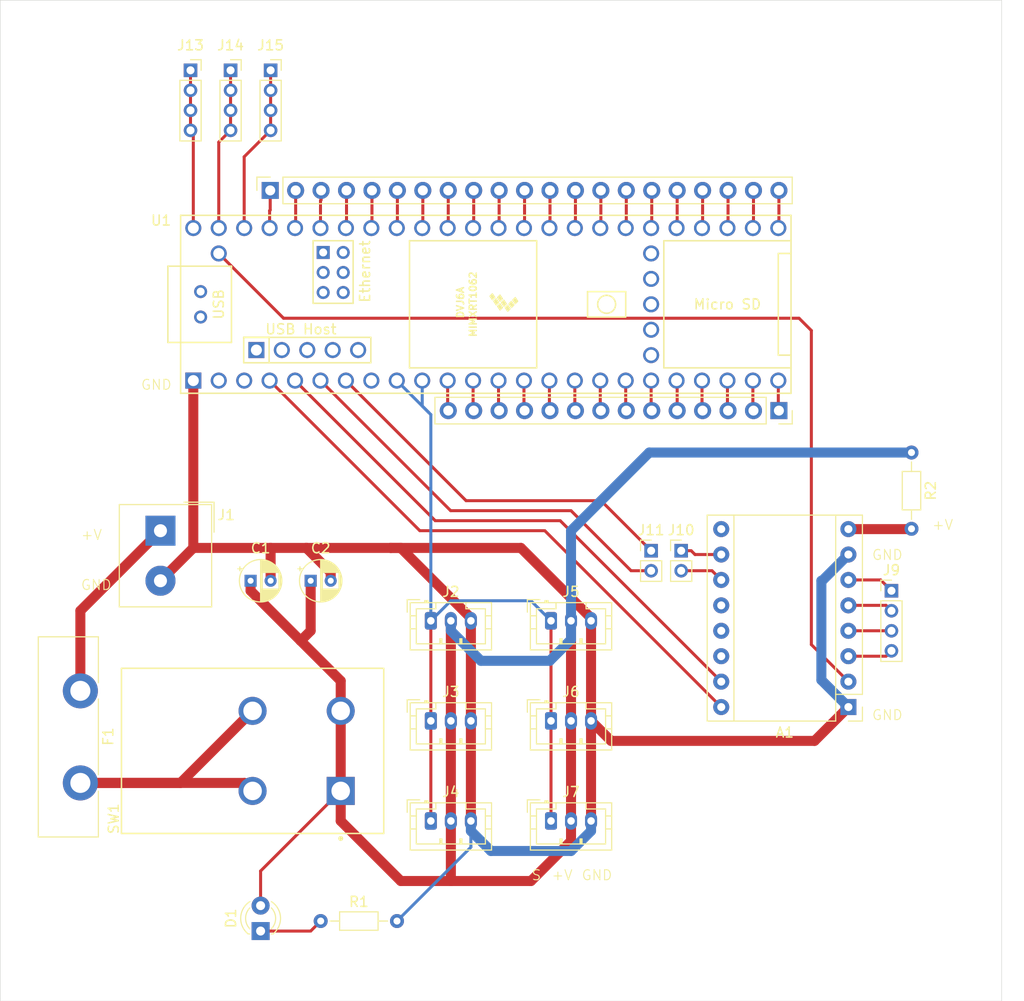
<source format=kicad_pcb>
(kicad_pcb (version 20240108) (generator "pcbnew") (generator_version "8.0")
  (layers (0 "F.Cu" jumper) (31 "B.Cu" signal) (34 "B.Paste" user) (35 "F.Paste" user) (36 "B.SilkS" user "B.Silkscreen") (37 "F.SilkS" user "F.Silkscreen") (38 "B.Mask" user) (39 "F.Mask" user) (44 "Edge.Cuts" user))
  (net 0 "")
  (net 1 "Net-(D1-K)")
  (net 2 "GND")
  (net 3 "Signal")
  (net 9 "Net-(J1-Pin_1)")
  (net 10 "Net-(J8-Pin_12)")
  (net 11 "Net-(J8-Pin_8)")
  (net 13 "Net-(J8-Pin_3)")
  (net 14 "Net-(J8-Pin_2)")
  (net 16 "Net-(J8-Pin_10)")
  (net 17 "Net-(J8-Pin_4)")
  (net 18 "Net-(J8-Pin_7)")
  (net 19 "Net-(J8-Pin_13)")
  (net 21 "Net-(J8-Pin_6)")
  (net 22 "Net-(J8-Pin_1)")
  (net 23 "Net-(J8-Pin_11)")
  (net 24 "Net-(J8-Pin_14)")
  (net 26 "Net-(J8-Pin_9)")
  (net 29 "Net-(J8-Pin_5)")
  (net 30 "Net-(J12-Pin_1)")
  (net 31 "Net-(J12-Pin_10)")
  (net 34 "Net-(J12-Pin_14)")
  (net 35 "Net-(J12-Pin_11)")
  (net 36 "Net-(J12-Pin_7)")
  (net 39 "Net-(J12-Pin_20)")
  (net 40 "Net-(J12-Pin_6)")
  (net 43 "Net-(J12-Pin_2)")
  (net 44 "Net-(J12-Pin_5)")
  (net 46 "Net-(J12-Pin_19)")
  (net 47 "Net-(J12-Pin_15)")
  (net 48 "Net-(J12-Pin_4)")
  (net 52 "Net-(J12-Pin_12)")
  (net 53 "Net-(J12-Pin_13)")
  (net 54 "Net-(J12-Pin_17)")
  (net 55 "Net-(J12-Pin_18)")
  (net 56 "Net-(J12-Pin_8)")
  (net 57 "Net-(J12-Pin_21)")
  (net 62 "Net-(J12-Pin_3)")
  (net 63 "Net-(J12-Pin_16)")
  (net 64 "Net-(J12-Pin_9)")
  (net 65 "Net-(A1-VDD)")
  (net 66 "Net-(A1-2A)")
  (net 67 "Net-(A1-2B)")
  (net 68 "Net-(A1-1A)")
  (net 69 "Net-(A1-MS2)")
  (net 70 "Net-(A1-MS1)")
  (net 71 "VSTEP")
  (net 72 "Net-(A1-1B)")
  (net 73 "Net-(J13-Pin_1)")
  (net 74 "+10V")
  (net 75 "Net-(J11-Pin_1)")
  (net 76 "Net-(J11-Pin_2)")
  (net 77 "STEP")
  (net 78 "DIR")
  (net 79 "Net-(J14-Pin_1)")
  (net 80 "Net-(J15-Pin_1)")
  (net 81 "Net-(F1-Pad2)")
  (footprint "TerminalBlock_Altech:Altech_AK100_1x02_P5.00mm" (layer "F.Cu") (at 66 103 -90)
    (property "Reference" "J1" (at -1.5675 -6.5675 180) (layer "F.SilkS"))
    (property "Value" "Screw_Terminal_01x02")
    (pad "1" thru_hole rect (at 0 0 270) (size 3 3) (drill 1.3) (layers "*.Cu" "*.Mask") (net 9 "Net-(J1-Pin_1)"))
    (pad "2" thru_hole circle (at 5 0 270) (size 3 3) (drill 1.3) (layers "*.Cu" "*.Mask") (net 2 "GND"))
  )
  (footprint "Capacitor_THT:CP_Radial_D4.0mm_P2.00mm" (layer "F.Cu") (at 81 108)
    (property "Reference" "C2" (at 1 -3.25 0) (layer "F.SilkS"))
    (property "Value" "0.1u")
    (pad "1" thru_hole rect (at 0 0) (size 1.2 1.2) (drill 0.6) (layers "*.Cu" "*.Mask") (net 74 "+10V"))
    (pad "2" thru_hole circle (at 2 0) (size 1.2 1.2) (drill 0.6) (layers "*.Cu" "*.Mask") (net 2 "GND"))
  )
  (footprint "MountingHole:MountingHole_3mm" (layer "F.Cu") (at 60 140)
    (property "Reference" "REF**" (hide yes))
    (property "Value" "MountingHole_3mm")
    (pad "" np_thru_hole circle (at 0 0) (size 3 3) (drill 3) (layers "*.Cu" "*.Mask"))
  )
  (footprint "Connector_PinSocket_2.00mm:PinSocket_1x04_P2.00mm_Vertical" (layer "F.Cu") (at 73 57)
    (property "Reference" "J14" (at 0 -2.5 0) (layer "F.SilkS"))
    (property "Value" "Conn_01x04_Socket")
    (pad "1" thru_hole rect (at 0 0) (size 1.35 1.35) (drill 0.8) (layers "*.Cu" "*.Mask") (net 79 "Net-(J14-Pin_1)"))
    (pad "2" thru_hole oval (at 0 2) (size 1.35 1.35) (drill 0.8) (layers "*.Cu" "*.Mask") (net 79 "Net-(J14-Pin_1)"))
    (pad "3" thru_hole oval (at 0 4) (size 1.35 1.35) (drill 0.8) (layers "*.Cu" "*.Mask") (net 79 "Net-(J14-Pin_1)"))
    (pad "4" thru_hole oval (at 0 6) (size 1.35 1.35) (drill 0.8) (layers "*.Cu" "*.Mask") (net 79 "Net-(J14-Pin_1)"))
  )
  (footprint "Connector_JST:JST_PH_B3B-PH-K_1x03_P2.00mm_Vertical" (layer "F.Cu") (at 93 112)
    (property "Reference" "J2" (at 2 -2.9 0) (layer "F.SilkS"))
    (property "Value" "Conn_01x03_Pin")
    (pad "1" thru_hole roundrect (at 0 0) (size 1.2 1.75) (drill 0.75) (layers "*.Cu" "*.Mask") (roundrect_rratio 0.208333) (net 3 "Signal"))
    (pad "2" thru_hole oval (at 2 0) (size 1.2 1.75) (drill 0.75) (layers "*.Cu" "*.Mask") (net 74 "+10V"))
    (pad "3" thru_hole oval (at 4 0) (size 1.2 1.75) (drill 0.75) (layers "*.Cu" "*.Mask") (net 2 "GND"))
  )
  (footprint "Teensy:Teensy41" (layer "F.Cu") (at 98.49 80.38)
    (property "Reference" "U1" (at -32.43 -8.38 0) (layer "F.SilkS"))
    (property "Value" "Teensy4.1")
    (fp_text user "Ethernet" (at -12.065 -3.2766 90) (layer "F.SilkS"))
    (fp_text user "DVJ6A" (at -2.54 -0.18 -90) (layer "F.SilkS") (effects (font (size 0.7 0.7))))
    (fp_text user "USB" (at -26.67 0 -90) (layer "F.SilkS"))
    (fp_text user "MIMXRT1062" (at -1.27 0 -90) (layer "F.SilkS") (effects (font (size 0.7 0.7))))
    (fp_text user "Micro SD" (at 24.13 0 0) (layer "F.SilkS"))
    (fp_text user "USB Host" (at -18.4658 2.4892 0) (layer "F.SilkS"))
    (pad "1" thru_hole rect (at -29.21 7.62) (size 1.6 1.6) (drill 1.1) (layers "*.Cu" "*.Mask") (net 2 "GND"))
    (pad "2" thru_hole circle (at -26.67 7.62) (size 1.6 1.6) (drill 1.1) (layers "*.Cu" "*.Mask"))
    (pad "3" thru_hole circle (at -24.13 7.62) (size 1.6 1.6) (drill 1.1) (layers "*.Cu" "*.Mask"))
    (pad "4" thru_hole circle (at -21.59 7.62) (size 1.6 1.6) (drill 1.1) (layers "*.Cu" "*.Mask") (net 78 "DIR"))
    (pad "5" thru_hole circle (at -19.05 7.62) (size 1.6 1.6) (drill 1.1) (layers "*.Cu" "*.Mask") (net 77 "STEP"))
    (pad "6" thru_hole circle (at -16.51 7.62) (size 1.6 1.6) (drill 1.1) (layers "*.Cu" "*.Mask") (net 76 "Net-(J11-Pin_2)"))
    (pad "7" thru_hole circle (at -13.97 7.62) (size 1.6 1.6) (drill 1.1) (layers "*.Cu" "*.Mask") (net 75 "Net-(J11-Pin_1)"))
    (pad "8" thru_hole circle (at -11.43 7.62) (size 1.6 1.6) (drill 1.1) (layers "*.Cu" "*.Mask"))
    (pad "9" thru_hole circle (at -8.89 7.62) (size 1.6 1.6) (drill 1.1) (layers "*.Cu" "*.Mask") (net 3 "Signal"))
    (pad "10" thru_hole circle (at -6.35 7.62) (size 1.6 1.6) (drill 1.1) (layers "*.Cu" "*.Mask") (net 3 "Signal"))
    (pad "11" thru_hole circle (at -3.81 7.62) (size 1.6 1.6) (drill 1.1) (layers "*.Cu" "*.Mask") (net 24 "Net-(J8-Pin_14)"))
    (pad "12" thru_hole circle (at -1.27 7.62) (size 1.6 1.6) (drill 1.1) (layers "*.Cu" "*.Mask") (net 19 "Net-(J8-Pin_13)"))
    (pad "13" thru_hole circle (at 1.27 7.62) (size 1.6 1.6) (drill 1.1) (layers "*.Cu" "*.Mask") (net 10 "Net-(J8-Pin_12)"))
    (pad "14" thru_hole circle (at 3.81 7.62) (size 1.6 1.6) (drill 1.1) (layers "*.Cu" "*.Mask") (net 23 "Net-(J8-Pin_11)"))
    (pad "15" thru_hole circle (at 6.35 7.62) (size 1.6 1.6) (drill 1.1) (layers "*.Cu" "*.Mask") (net 16 "Net-(J8-Pin_10)"))
    (pad "16" thru_hole circle (at 8.89 7.62) (size 1.6 1.6) (drill 1.1) (layers "*.Cu" "*.Mask") (net 26 "Net-(J8-Pin_9)"))
    (pad "17" thru_hole circle (at 11.43 7.62) (size 1.6 1.6) (drill 1.1) (layers "*.Cu" "*.Mask") (net 11 "Net-(J8-Pin_8)"))
    (pad "18" thru_hole circle (at 13.97 7.62) (size 1.6 1.6) (drill 1.1) (layers "*.Cu" "*.Mask") (net 18 "Net-(J8-Pin_7)"))
    (pad "19" thru_hole circle (at 16.51 7.62) (size 1.6 1.6) (drill 1.1) (layers "*.Cu" "*.Mask") (net 21 "Net-(J8-Pin_6)"))
    (pad "20" thru_hole circle (at 19.05 7.62) (size 1.6 1.6) (drill 1.1) (layers "*.Cu" "*.Mask") (net 29 "Net-(J8-Pin_5)"))
    (pad "21" thru_hole circle (at 21.59 7.62) (size 1.6 1.6) (drill 1.1) (layers "*.Cu" "*.Mask") (net 17 "Net-(J8-Pin_4)"))
    (pad "22" thru_hole circle (at 24.13 7.62) (size 1.6 1.6) (drill 1.1) (layers "*.Cu" "*.Mask") (net 13 "Net-(J8-Pin_3)"))
    (pad "23" thru_hole circle (at 26.67 7.62) (size 1.6 1.6) (drill 1.1) (layers "*.Cu" "*.Mask") (net 14 "Net-(J8-Pin_2)"))
    (pad "24" thru_hole circle (at 29.21 7.62) (size 1.6 1.6) (drill 1.1) (layers "*.Cu" "*.Mask") (net 22 "Net-(J8-Pin_1)"))
    (pad "25" thru_hole circle (at 29.21 -7.62) (size 1.6 1.6) (drill 1.1) (layers "*.Cu" "*.Mask") (net 57 "Net-(J12-Pin_21)"))
    (pad "26" thru_hole circle (at 26.67 -7.62) (size 1.6 1.6) (drill 1.1) (layers "*.Cu" "*.Mask") (net 39 "Net-(J12-Pin_20)"))
    (pad "27" thru_hole circle (at 24.13 -7.62) (size 1.6 1.6) (drill 1.1) (layers "*.Cu" "*.Mask") (net 46 "Net-(J12-Pin_19)"))
    (pad "28" thru_hole circle (at 21.59 -7.62) (size 1.6 1.6) (drill 1.1) (layers "*.Cu" "*.Mask") (net 55 "Net-(J12-Pin_18)"))
    (pad "29" thru_hole circle (at 19.05 -7.62) (size 1.6 1.6) (drill 1.1) (layers "*.Cu" "*.Mask") (net 54 "Net-(J12-Pin_17)"))
    (pad "30" thru_hole circle (at 16.51 -7.62) (size 1.6 1.6) (drill 1.1) (layers "*.Cu" "*.Mask") (net 63 "Net-(J12-Pin_16)"))
    (pad "31" thru_hole circle (at 13.97 -7.62) (size 1.6 1.6) (drill 1.1) (layers "*.Cu" "*.Mask") (net 47 "Net-(J12-Pin_15)"))
    (pad "32" thru_hole circle (at 11.43 -7.62) (size 1.6 1.6) (drill 1.1) (layers "*.Cu" "*.Mask") (net 34 "Net-(J12-Pin_14)"))
    (pad "33" thru_hole circle (at 8.89 -7.62) (size 1.6 1.6) (drill 1.1) (layers "*.Cu" "*.Mask") (net 53 "Net-(J12-Pin_13)"))
    (pad "34" thru_hole circle (at 6.35 -7.62) (size 1.6 1.6) (drill 1.1) (layers "*.Cu" "*.Mask") (net 52 "Net-(J12-Pin_12)"))
    (pad "35" thru_hole circle (at 3.81 -7.62) (size 1.6 1.6) (drill 1.1) (layers "*.Cu" "*.Mask") (net 35 "Net-(J12-Pin_11)"))
    (pad "36" thru_hole circle (at 1.27 -7.62) (size 1.6 1.6) (drill 1.1) (layers "*.Cu" "*.Mask") (net 31 "Net-(J12-Pin_10)"))
    (pad "37" thru_hole circle (at -1.27 -7.62) (size 1.6 1.6) (drill 1.1) (layers "*.Cu" "*.Mask") (net 64 "Net-(J12-Pin_9)"))
    (pad "38" thru_hole circle (at -3.81 -7.62) (size 1.6 1.6) (drill 1.1) (layers "*.Cu" "*.Mask") (net 56 "Net-(J12-Pin_8)"))
    (pad "39" thru_hole circle (at -6.35 -7.62) (size 1.6 1.6) (drill 1.1) (layers "*.Cu" "*.Mask") (net 36 "Net-(J12-Pin_7)"))
    (pad "40" thru_hole circle (at -8.89 -7.62) (size 1.6 1.6) (drill 1.1) (layers "*.Cu" "*.Mask") (net 40 "Net-(J12-Pin_6)"))
    (pad "41" thru_hole circle (at -11.43 -7.62) (size 1.6 1.6) (drill 1.1) (layers "*.Cu" "*.Mask") (net 44 "Net-(J12-Pin_5)"))
    (pad "42" thru_hole circle (at -13.97 -7.62) (size 1.6 1.6) (drill 1.1) (layers "*.Cu" "*.Mask") (net 48 "Net-(J12-Pin_4)"))
    (pad "43" thru_hole circle (at -16.51 -7.62) (size 1.6 1.6) (drill 1.1) (layers "*.Cu" "*.Mask") (net 62 "Net-(J12-Pin_3)"))
    (pad "44" thru_hole circle (at -19.05 -7.62) (size 1.6 1.6) (drill 1.1) (layers "*.Cu" "*.Mask") (net 43 "Net-(J12-Pin_2)"))
    (pad "45" thru_hole circle (at -21.59 -7.62) (size 1.6 1.6) (drill 1.1) (layers "*.Cu" "*.Mask") (net 30 "Net-(J12-Pin_1)"))
    (pad "46" thru_hole circle (at -24.13 -7.62) (size 1.6 1.6) (drill 1.1) (layers "*.Cu" "*.Mask") (net 80 "Net-(J15-Pin_1)"))
    (pad "47" thru_hole circle (at -26.67 -7.62) (size 1.6 1.6) (drill 1.1) (layers "*.Cu" "*.Mask") (net 79 "Net-(J14-Pin_1)"))
    (pad "48" thru_hole circle (at -29.21 -7.62) (size 1.6 1.6) (drill 1.1) (layers "*.Cu" "*.Mask") (net 73 "Net-(J13-Pin_1)"))
    (pad "49" thru_hole circle (at -26.67 -5.08) (size 1.6 1.6) (drill 1.1) (layers "*.Cu" "*.Mask") (net 65 "Net-(A1-VDD)"))
    (pad "50" thru_hole circle (at 16.51 5.08) (size 1.6 1.6) (drill 1.1) (layers "*.Cu" "*.Mask"))
    (pad "51" thru_hole circle (at 16.51 2.54) (size 1.6 1.6) (drill 1.1) (layers "*.Cu" "*.Mask"))
    (pad "52" thru_hole circle (at 16.51 0) (size 1.6 1.6) (drill 1.1) (layers "*.Cu" "*.Mask"))
    (pad "53" thru_hole circle (at 16.51 -2.54) (size 1.6 1.6) (drill 1.1) (layers "*.Cu" "*.Mask"))
    (pad "54" thru_hole circle (at 16.51 -5.08) (size 1.6 1.6) (drill 1.1) (layers "*.Cu" "*.Mask"))
    (pad "55" thru_hole rect (at -22.9108 4.5692) (size 1.6 1.6) (drill 1.1) (layers "*.Cu" "*.Mask"))
    (pad "56" thru_hole circle (at -20.3708 4.5692) (size 1.6 1.6) (drill 1.1) (layers "*.Cu" "*.Mask"))
    (pad "57" thru_hole circle (at -17.8308 4.5692) (size 1.6 1.6) (drill 1.1) (layers "*.Cu" "*.Mask"))
    (pad "58" thru_hole circle (at -15.2908 4.5692) (size 1.6 1.6) (drill 1.1) (layers "*.Cu" "*.Mask"))
    (pad "59" thru_hole circle (at -12.7508 4.5692) (size 1.6 1.6) (drill 1.1) (layers "*.Cu" "*.Mask"))
    (pad "60" thru_hole rect (at -16.24 -5.1816) (size 1.3 1.3) (drill 0.8) (layers "*.Cu" "*.Mask"))
    (pad "61" thru_hole circle (at -16.24 -3.1816) (size 1.3 1.3) (drill 0.8) (layers "*.Cu" "*.Mask"))
    (pad "62" thru_hole circle (at -16.24 -1.1816) (size 1.3 1.3) (drill 0.8) (layers "*.Cu" "*.Mask"))
    (pad "63" thru_hole circle (at -14.24 -1.1816) (size 1.3 1.3) (drill 0.8) (layers "*.Cu" "*.Mask"))
    (pad "64" thru_hole circle (at -14.24 -3.1816) (size 1.3 1.3) (drill 0.8) (layers "*.Cu" "*.Mask"))
    (pad "65" thru_hole circle (at -14.24 -5.1816) (size 1.3 1.3) (drill 0.8) (layers "*.Cu" "*.Mask"))
    (pad "66" thru_hole circle (at -28.48 -1.27) (size 1.3 1.3) (drill 0.8) (layers "*.Cu" "*.Mask"))
    (pad "67" thru_hole circle (at -28.48 1.27) (size 1.3 1.3) (drill 0.8) (layers "*.Cu" "*.Mask"))
  )
  (footprint "Resistor_THT:R_Axial_DIN0204_L3.6mm_D1.6mm_P7.62mm_Horizontal" (layer "F.Cu") (at 141 95.19 -90)
    (property "Reference" "R2" (at 3.81 -1.92 90) (layer "F.SilkS"))
    (property "Value" "R")
    (pad "1" thru_hole circle (at 0 0 270) (size 1.4 1.4) (drill 0.7) (layers "*.Cu" "*.Mask") (net 74 "+10V"))
    (pad "2" thru_hole oval (at 7.62 0 270) (size 1.4 1.4) (drill 0.7) (layers "*.Cu" "*.Mask") (net 71 "VSTEP"))
  )
  (footprint "MountingHole:MountingHole_3mm" (layer "F.Cu") (at 140 60)
    (property "Reference" "REF**" (hide yes))
    (property "Value" "MountingHole_3mm")
    (pad "" np_thru_hole circle (at 0 0) (size 3 3) (drill 3) (layers "*.Cu" "*.Mask"))
  )
  (footprint "eec:CK_Components-V80102MS02Q-MFG" (layer "F.Cu") (at 75.2 125 90)
    (property "Reference" "SW1" (at -8.4 -13.87 90) (layer "F.SilkS") (effects (justify left)))
    (property "Value" "SW_DPST")
    (pad "1" thru_hole circle (at -4 0 90) (size 2.8 2.8) (drill 1.85) (layers "*.Cu") (net 81 "Net-(F1-Pad2)"))
    (pad "1A" thru_hole rect (at -4 8.8 90) (size 2.8 2.8) (drill 1.85) (layers "*.Cu") (net 74 "+10V"))
    (pad "2" thru_hole circle (at 4 0 90) (size 2.8 2.8) (drill 1.85) (layers "*.Cu") (net 81 "Net-(F1-Pad2)"))
    (pad "2A" thru_hole circle (at 4 8.8 90) (size 2.8 2.8) (drill 1.85) (layers "*.Cu") (net 74 "+10V"))
  )
  (footprint "MountingHole:MountingHole_3mm" (layer "F.Cu") (at 140 140)
    (property "Reference" "REF**" (hide yes))
    (property "Value" "MountingHole_3mm")
    (pad "" np_thru_hole circle (at 0 0) (size 3 3) (drill 3) (layers "*.Cu" "*.Mask"))
  )
  (footprint "Connector_JST:JST_PH_B3B-PH-K_1x03_P2.00mm_Vertical" (layer "F.Cu") (at 105 132)
    (property "Reference" "J7" (at 2 -2.9 0) (layer "F.SilkS"))
    (property "Value" "Conn_01x03_Pin")
    (pad "1" thru_hole roundrect (at 0 0) (size 1.2 1.75) (drill 0.75) (layers "*.Cu" "*.Mask") (roundrect_rratio 0.208333) (net 3 "Signal"))
    (pad "2" thru_hole oval (at 2 0) (size 1.2 1.75) (drill 0.75) (layers "*.Cu" "*.Mask") (net 74 "+10V"))
    (pad "3" thru_hole oval (at 4 0) (size 1.2 1.75) (drill 0.75) (layers "*.Cu" "*.Mask") (net 2 "GND"))
  )
  (footprint "Connector_PinSocket_2.00mm:PinSocket_1x04_P2.00mm_Vertical" (layer "F.Cu") (at 69 57)
    (property "Reference" "J13" (at 0 -2.5 0) (layer "F.SilkS"))
    (property "Value" "Conn_01x04_Socket")
    (pad "1" thru_hole rect (at 0 0) (size 1.35 1.35) (drill 0.8) (layers "*.Cu" "*.Mask") (net 73 "Net-(J13-Pin_1)"))
    (pad "2" thru_hole oval (at 0 2) (size 1.35 1.35) (drill 0.8) (layers "*.Cu" "*.Mask") (net 73 "Net-(J13-Pin_1)"))
    (pad "3" thru_hole oval (at 0 4) (size 1.35 1.35) (drill 0.8) (layers "*.Cu" "*.Mask") (net 73 "Net-(J13-Pin_1)"))
    (pad "4" thru_hole oval (at 0 6) (size 1.35 1.35) (drill 0.8) (layers "*.Cu" "*.Mask") (net 73 "Net-(J13-Pin_1)"))
  )
  (footprint "Connector_PinSocket_2.54mm:PinSocket_1x21_P2.54mm_Vertical" (layer "F.Cu") (at 76.96 69 90)
    (property "Reference" "J12" (hide yes))
    (property "Value" "Conn_01x21_Socket")
    (pad "1" thru_hole rect (at 0 0 90) (size 1.7 1.7) (drill 1) (layers "*.Cu" "*.Mask") (net 30 "Net-(J12-Pin_1)"))
    (pad "2" thru_hole oval (at 0 2.54 90) (size 1.7 1.7) (drill 1) (layers "*.Cu" "*.Mask") (net 43 "Net-(J12-Pin_2)"))
    (pad "3" thru_hole oval (at 0 5.08 90) (size 1.7 1.7) (drill 1) (layers "*.Cu" "*.Mask") (net 62 "Net-(J12-Pin_3)"))
    (pad "4" thru_hole oval (at 0 7.62 90) (size 1.7 1.7) (drill 1) (layers "*.Cu" "*.Mask") (net 48 "Net-(J12-Pin_4)"))
    (pad "5" thru_hole oval (at 0 10.16 90) (size 1.7 1.7) (drill 1) (layers "*.Cu" "*.Mask") (net 44 "Net-(J12-Pin_5)"))
    (pad "6" thru_hole oval (at 0 12.7 90) (size 1.7 1.7) (drill 1) (layers "*.Cu" "*.Mask") (net 40 "Net-(J12-Pin_6)"))
    (pad "7" thru_hole oval (at 0 15.24 90) (size 1.7 1.7) (drill 1) (layers "*.Cu" "*.Mask") (net 36 "Net-(J12-Pin_7)"))
    (pad "8" thru_hole oval (at 0 17.78 90) (size 1.7 1.7) (drill 1) (layers "*.Cu" "*.Mask") (net 56 "Net-(J12-Pin_8)"))
    (pad "9" thru_hole oval (at 0 20.32 90) (size 1.7 1.7) (drill 1) (layers "*.Cu" "*.Mask") (net 64 "Net-(J12-Pin_9)"))
    (pad "10" thru_hole oval (at 0 22.86 90) (size 1.7 1.7) (drill 1) (layers "*.Cu" "*.Mask") (net 31 "Net-(J12-Pin_10)"))
    (pad "11" thru_hole oval (at 0 25.4 90) (size 1.7 1.7) (drill 1) (layers "*.Cu" "*.Mask") (net 35 "Net-(J12-Pin_11)"))
    (pad "12" thru_hole oval (at 0 27.94 90) (size 1.7 1.7) (drill 1) (layers "*.Cu" "*.Mask") (net 52 "Net-(J12-Pin_12)"))
    (pad "13" thru_hole oval (at 0 30.48 90) (size 1.7 1.7) (drill 1) (layers "*.Cu" "*.Mask") (net 53 "Net-(J12-Pin_13)"))
    (pad "14" thru_hole oval (at 0 33.02 90) (size 1.7 1.7) (drill 1) (layers "*.Cu" "*.Mask") (net 34 "Net-(J12-Pin_14)"))
    (pad "15" thru_hole oval (at 0 35.56 90) (size 1.7 1.7) (drill 1) (layers "*.Cu" "*.Mask") (net 47 "Net-(J12-Pin_15)"))
    (pad "16" thru_hole oval (at 0 38.1 90) (size 1.7 1.7) (drill 1) (layers "*.Cu" "*.Mask") (net 63 "Net-(J12-Pin_16)"))
    (pad "17" thru_hole oval (at 0 40.64 90) (size 1.7 1.7) (drill 1) (layers "*.Cu" "*.Mask") (net 54 "Net-(J12-Pin_17)"))
    (pad "18" thru_hole oval (at 0 43.18 90) (size 1.7 1.7) (drill 1) (layers "*.Cu" "*.Mask") (net 55 "Net-(J12-Pin_18)"))
    (pad "19" thru_hole oval (at 0 45.72 90) (size 1.7 1.7) (drill 1) (layers "*.Cu" "*.Mask") (net 46 "Net-(J12-Pin_19)"))
    (pad "20" thru_hole oval (at 0 48.26 90) (size 1.7 1.7) (drill 1) (layers "*.Cu" "*.Mask") (net 39 "Net-(J12-Pin_20)"))
    (pad "21" thru_hole oval (at 0 50.8 90) (size 1.7 1.7) (drill 1) (layers "*.Cu" "*.Mask") (net 57 "Net-(J12-Pin_21)"))
  )
  (footprint "Fuse:Fuseholder_Blade_ATO_Littelfuse_Pudenz_2_Pin" (layer "F.Cu") (at 58 119 -90)
    (property "Reference" "F1" (at 4.57 -2.78 90) (layer "F.SilkS"))
    (property "Value" "Fuse")
    (pad "" np_thru_hole circle (at 4.6 1.2 270) (size 2.4 2.4) (drill 2.4) (layers "*.Cu" "*.Mask"))
    (pad "1" thru_hole circle (at 0 0 270) (size 3.5 3.5) (drill 2) (layers "*.Cu" "*.Mask") (net 9 "Net-(J1-Pin_1)"))
    (pad "2" thru_hole circle (at 9.2 0 270) (size 3.5 3.5) (drill 2) (layers "*.Cu" "*.Mask") (net 81 "Net-(F1-Pad2)"))
  )
  (footprint "Connector_PinHeader_2.00mm:PinHeader_1x04_P2.00mm_Vertical" (layer "F.Cu") (at 139 109)
    (property "Reference" "J9" (at 0 -2.06 0) (layer "F.SilkS"))
    (property "Value" "Conn_01x04_Pin")
    (pad "1" thru_hole rect (at 0 0) (size 1.35 1.35) (drill 0.8) (layers "*.Cu" "*.Mask") (net 67 "Net-(A1-2B)"))
    (pad "2" thru_hole oval (at 0 2) (size 1.35 1.35) (drill 0.8) (layers "*.Cu" "*.Mask") (net 66 "Net-(A1-2A)"))
    (pad "3" thru_hole oval (at 0 4) (size 1.35 1.35) (drill 0.8) (layers "*.Cu" "*.Mask") (net 68 "Net-(A1-1A)"))
    (pad "4" thru_hole oval (at 0 6) (size 1.35 1.35) (drill 0.8) (layers "*.Cu" "*.Mask") (net 72 "Net-(A1-1B)"))
  )
  (footprint "Connector_JST:JST_PH_B3B-PH-K_1x03_P2.00mm_Vertical" (layer "F.Cu") (at 93 132)
    (property "Reference" "J4" (at 2 -2.9 0) (layer "F.SilkS"))
    (property "Value" "Conn_01x03_Pin")
    (pad "1" thru_hole roundrect (at 0 0) (size 1.2 1.75) (drill 0.75) (layers "*.Cu" "*.Mask") (roundrect_rratio 0.208333) (net 3 "Signal"))
    (pad "2" thru_hole oval (at 2 0) (size 1.2 1.75) (drill 0.75) (layers "*.Cu" "*.Mask") (net 74 "+10V"))
    (pad "3" thru_hole oval (at 4 0) (size 1.2 1.75) (drill 0.75) (layers "*.Cu" "*.Mask") (net 2 "GND"))
  )
  (footprint "Capacitor_THT:CP_Radial_D4.0mm_P2.00mm" (layer "F.Cu") (at 75 108)
    (property "Reference" "C1" (at 1 -3.25 0) (layer "F.SilkS"))
    (property "Value" "100u")
    (pad "1" thru_hole rect (at 0 0) (size 1.2 1.2) (drill 0.6) (layers "*.Cu" "*.Mask") (net 74 "+10V"))
    (pad "2" thru_hole circle (at 2 0) (size 1.2 1.2) (drill 0.6) (layers "*.Cu" "*.Mask") (net 2 "GND"))
  )
  (footprint "Connector_PinHeader_2.00mm:PinHeader_1x02_P2.00mm_Vertical" (layer "F.Cu") (at 115 105)
    (property "Reference" "J11" (at 0 -2.06 0) (layer "F.SilkS"))
    (property "Value" "Conn_01x02_Pin")
    (pad "1" thru_hole rect (at 0 0) (size 1.35 1.35) (drill 0.8) (layers "*.Cu" "*.Mask") (net 75 "Net-(J11-Pin_1)"))
    (pad "2" thru_hole oval (at 0 2) (size 1.35 1.35) (drill 0.8) (layers "*.Cu" "*.Mask") (net 76 "Net-(J11-Pin_2)"))
  )
  (footprint "Connector_JST:JST_PH_B3B-PH-K_1x03_P2.00mm_Vertical" (layer "F.Cu") (at 93 122)
    (property "Reference" "J3" (at 2 -2.9 0) (layer "F.SilkS"))
    (property "Value" "Conn_01x03_Pin")
    (pad "1" thru_hole roundrect (at 0 0) (size 1.2 1.75) (drill 0.75) (layers "*.Cu" "*.Mask") (roundrect_rratio 0.208333) (net 3 "Signal"))
    (pad "2" thru_hole oval (at 2 0) (size 1.2 1.75) (drill 0.75) (layers "*.Cu" "*.Mask") (net 74 "+10V"))
    (pad "3" thru_hole oval (at 4 0) (size 1.2 1.75) (drill 0.75) (layers "*.Cu" "*.Mask") (net 2 "GND"))
  )
  (footprint "Resistor_THT:R_Axial_DIN0204_L3.6mm_D1.6mm_P7.62mm_Horizontal" (layer "F.Cu") (at 82 142)
    (property "Reference" "R1" (at 3.81 -1.92 0) (layer "F.SilkS"))
    (property "Value" "600")
    (pad "1" thru_hole circle (at 0 0) (size 1.4 1.4) (drill 0.7) (layers "*.Cu" "*.Mask") (net 1 "Net-(D1-K)"))
    (pad "2" thru_hole oval (at 7.62 0) (size 1.4 1.4) (drill 0.7) (layers "*.Cu" "*.Mask") (net 2 "GND"))
  )
  (footprint "Connector_PinSocket_2.54mm:PinSocket_1x14_P2.54mm_Vertical" (layer "F.Cu") (at 127.76 91 -90)
    (property "Reference" "J8" (hide yes))
    (property "Value" "Conn_01x14_Socket")
    (pad "1" thru_hole rect (at 0 0 270) (size 1.7 1.7) (drill 1) (layers "*.Cu" "*.Mask") (net 22 "Net-(J8-Pin_1)"))
    (pad "2" thru_hole oval (at 0 2.54 270) (size 1.7 1.7) (drill 1) (layers "*.Cu" "*.Mask") (net 14 "Net-(J8-Pin_2)"))
    (pad "3" thru_hole oval (at 0 5.08 270) (size 1.7 1.7) (drill 1) (layers "*.Cu" "*.Mask") (net 13 "Net-(J8-Pin_3)"))
    (pad "4" thru_hole oval (at 0 7.62 270) (size 1.7 1.7) (drill 1) (layers "*.Cu" "*.Mask") (net 17 "Net-(J8-Pin_4)"))
    (pad "5" thru_hole oval (at 0 10.16 270) (size 1.7 1.7) (drill 1) (layers "*.Cu" "*.Mask") (net 29 "Net-(J8-Pin_5)"))
    (pad "6" thru_hole oval (at 0 12.7 270) (size 1.7 1.7) (drill 1) (layers "*.Cu" "*.Mask") (net 21 "Net-(J8-Pin_6)"))
    (pad "7" thru_hole oval (at 0 15.24 270) (size 1.7 1.7) (drill 1) (layers "*.Cu" "*.Mask") (net 18 "Net-(J8-Pin_7)"))
    (pad "8" thru_hole oval (at 0 17.78 270) (size 1.7 1.7) (drill 1) (layers "*.Cu" "*.Mask") (net 11 "Net-(J8-Pin_8)"))
    (pad "9" thru_hole oval (at 0 20.32 270) (size 1.7 1.7) (drill 1) (layers "*.Cu" "*.Mask") (net 26 "Net-(J8-Pin_9)"))
    (pad "10" thru_hole oval (at 0 22.86 270) (size 1.7 1.7) (drill 1) (layers "*.Cu" "*.Mask") (net 16 "Net-(J8-Pin_10)"))
    (pad "11" thru_hole oval (at 0 25.4 270) (size 1.7 1.7) (drill 1) (layers "*.Cu" "*.Mask") (net 23 "Net-(J8-Pin_11)"))
    (pad "12" thru_hole oval (at 0 27.94 270) (size 1.7 1.7) (drill 1) (layers "*.Cu" "*.Mask") (net 10 "Net-(J8-Pin_12)"))
    (pad "13" thru_hole oval (at 0 30.48 270) (size 1.7 1.7) (drill 1) (layers "*.Cu" "*.Mask") (net 19 "Net-(J8-Pin_13)"))
    (pad "14" thru_hole oval (at 0 33.02 270) (size 1.7 1.7) (drill 1) (layers "*.Cu" "*.Mask") (net 24 "Net-(J8-Pin_14)"))
  )
  (footprint "Connector_JST:JST_PH_B3B-PH-K_1x03_P2.00mm_Vertical" (layer "F.Cu") (at 105 122)
    (property "Reference" "J6" (at 2 -2.9 0) (layer "F.SilkS"))
    (property "Value" "Conn_01x03_Pin")
    (pad "1" thru_hole roundrect (at 0 0) (size 1.2 1.75) (drill 0.75) (layers "*.Cu" "*.Mask") (roundrect_rratio 0.208333) (net 3 "Signal"))
    (pad "2" thru_hole oval (at 2 0) (size 1.2 1.75) (drill 0.75) (layers "*.Cu" "*.Mask") (net 74 "+10V"))
    (pad "3" thru_hole oval (at 4 0) (size 1.2 1.75) (drill 0.75) (layers "*.Cu" "*.Mask") (net 2 "GND"))
  )
  (footprint "Module:Pololu_Breakout-16_15.2x20.3mm" (layer "F.Cu") (at 134.7 120.62 180)
    (property "Reference" "A1" (at 6.35 -2.54 0) (layer "F.SilkS"))
    (property "Value" "Pololu_Breakout_A4988")
    (pad "1" thru_hole rect (at 0 0 180) (size 1.6 1.6) (drill 0.8) (layers "*.Cu" "*.Mask") (net 2 "GND"))
    (pad "2" thru_hole oval (at 0 2.54 180) (size 1.6 1.6) (drill 0.8) (layers "*.Cu" "*.Mask") (net 65 "Net-(A1-VDD)"))
    (pad "3" thru_hole oval (at 0 5.08 180) (size 1.6 1.6) (drill 0.8) (layers "*.Cu" "*.Mask") (net 72 "Net-(A1-1B)"))
    (pad "4" thru_hole oval (at 0 7.62 180) (size 1.6 1.6) (drill 0.8) (layers "*.Cu" "*.Mask") (net 68 "Net-(A1-1A)"))
    (pad "5" thru_hole oval (at 0 10.16 180) (size 1.6 1.6) (drill 0.8) (layers "*.Cu" "*.Mask") (net 66 "Net-(A1-2A)"))
    (pad "6" thru_hole oval (at 0 12.7 180) (size 1.6 1.6) (drill 0.8) (layers "*.Cu" "*.Mask") (net 67 "Net-(A1-2B)"))
    (pad "7" thru_hole oval (at 0 15.24 180) (size 1.6 1.6) (drill 0.8) (layers "*.Cu" "*.Mask") (net 2 "GND"))
    (pad "8" thru_hole oval (at 0 17.78 180) (size 1.6 1.6) (drill 0.8) (layers "*.Cu" "*.Mask") (net 71 "VSTEP"))
    (pad "9" thru_hole oval (at 12.7 17.78 180) (size 1.6 1.6) (drill 0.8) (layers "*.Cu" "*.Mask"))
    (pad "10" thru_hole oval (at 12.7 15.24 180) (size 1.6 1.6) (drill 0.8) (layers "*.Cu" "*.Mask") (net 70 "Net-(A1-MS1)"))
    (pad "11" thru_hole oval (at 12.7 12.7 180) (size 1.6 1.6) (drill 0.8) (layers "*.Cu" "*.Mask") (net 69 "Net-(A1-MS2)"))
    (pad "12" thru_hole oval (at 12.7 10.16 180) (size 1.6 1.6) (drill 0.8) (layers "*.Cu" "*.Mask"))
    (pad "13" thru_hole oval (at 12.7 7.62 180) (size 1.6 1.6) (drill 0.8) (layers "*.Cu" "*.Mask"))
    (pad "14" thru_hole oval (at 12.7 5.08 180) (size 1.6 1.6) (drill 0.8) (layers "*.Cu" "*.Mask"))
    (pad "15" thru_hole oval (at 12.7 2.54 180) (size 1.6 1.6) (drill 0.8) (layers "*.Cu" "*.Mask") (net 77 "STEP"))
    (pad "16" thru_hole oval (at 12.7 0 180) (size 1.6 1.6) (drill 0.8) (layers "*.Cu" "*.Mask") (net 78 "DIR"))
  )
  (footprint "Connector_PinHeader_2.00mm:PinHeader_1x02_P2.00mm_Vertical" (layer "F.Cu") (at 118 105)
    (property "Reference" "J10" (at 0 -2.06 0) (layer "F.SilkS"))
    (property "Value" "Conn_01x02_Pin")
    (pad "1" thru_hole rect (at 0 0) (size 1.35 1.35) (drill 0.8) (layers "*.Cu" "*.Mask") (net 70 "Net-(A1-MS1)"))
    (pad "2" thru_hole oval (at 0 2) (size 1.35 1.35) (drill 0.8) (layers "*.Cu" "*.Mask") (net 69 "Net-(A1-MS2)"))
  )
  (footprint "Connector_PinSocket_2.00mm:PinSocket_1x04_P2.00mm_Vertical" (layer "F.Cu") (at 77 57)
    (property "Reference" "J15" (at 0 -2.5 0) (layer "F.SilkS"))
    (property "Value" "Conn_01x04_Socket")
    (pad "1" thru_hole rect (at 0 0) (size 1.35 1.35) (drill 0.8) (layers "*.Cu" "*.Mask") (net 80 "Net-(J15-Pin_1)"))
    (pad "2" thru_hole oval (at 0 2) (size 1.35 1.35) (drill 0.8) (layers "*.Cu" "*.Mask") (net 80 "Net-(J15-Pin_1)"))
    (pad "3" thru_hole oval (at 0 4) (size 1.35 1.35) (drill 0.8) (layers "*.Cu" "*.Mask") (net 80 "Net-(J15-Pin_1)"))
    (pad "4" thru_hole oval (at 0 6) (size 1.35 1.35) (drill 0.8) (layers "*.Cu" "*.Mask") (net 80 "Net-(J15-Pin_1)"))
  )
  (footprint "LED_THT:LED_D3.0mm" (layer "F.Cu") (at 76 143 90)
    (property "Reference" "D1" (at 1.27 -2.96 90) (layer "F.SilkS"))
    (property "Value" "RED")
    (pad "1" thru_hole rect (at 0 0 90) (size 1.8 1.8) (drill 0.9) (layers "*.Cu" "*.Mask") (net 1 "Net-(D1-K)"))
    (pad "2" thru_hole circle (at 2.54 0 90) (size 1.8 1.8) (drill 0.9) (layers "*.Cu" "*.Mask") (net 74 "+10V"))
  )
  (footprint "MountingHole:MountingHole_3mm" (layer "F.Cu") (at 60 60)
    (property "Reference" "REF**" (hide yes))
    (property "Value" "MountingHole_3mm")
    (pad "" np_thru_hole circle (at 0 0) (size 3 3) (drill 3) (layers "*.Cu" "*.Mask"))
  )
  (footprint "Connector_JST:JST_PH_B3B-PH-K_1x03_P2.00mm_Vertical" (layer "F.Cu") (at 105 112)
    (property "Reference" "J5" (at 2 -2.9 0) (layer "F.SilkS"))
    (property "Value" "Conn_01x03_Pin")
    (pad "1" thru_hole roundrect (at 0 0) (size 1.2 1.75) (drill 0.75) (layers "*.Cu" "*.Mask") (roundrect_rratio 0.208333) (net 3 "Signal"))
    (pad "2" thru_hole oval (at 2 0) (size 1.2 1.75) (drill 0.75) (layers "*.Cu" "*.Mask") (net 74 "+10V"))
    (pad "3" thru_hole oval (at 4 0) (size 1.2 1.75) (drill 0.75) (layers "*.Cu" "*.Mask") (net 2 "GND"))
  )
  (gr_rect (start 50 50) (end 150 150) (stroke (width 0.05)) (fill none) (layer "Edge.Cuts"))
  (gr_text "+V" (at 105 138 0) (layer "F.SilkS") (effects (font (size 1 1) (thickness 0.1)) (justify left bottom)))
  (gr_text "+V" (at 143 103 0) (layer "F.SilkS") (effects (font (size 1 1) (thickness 0.1)) (justify left bottom)))
  (gr_text "GND" (at 137 122 0) (layer "F.SilkS") (effects (font (size 1 1) (thickness 0.1)) (justify left bottom)))
  (gr_text "GND" (at 64 89 0) (layer "F.SilkS") (effects (font (size 1 1) (thickness 0.1)) (justify left bottom)))
  (gr_text "+V" (at 58 104 0) (layer "F.SilkS") (effects (font (size 1 1) (thickness 0.1)) (justify left bottom)))
  (gr_text "GND" (at 58 109 0) (layer "F.SilkS") (effects (font (size 1 1) (thickness 0.1)) (justify left bottom)))
  (gr_text "GND" (at 137 106 0) (layer "F.SilkS") (effects (font (size 1 1) (thickness 0.1)) (justify left bottom)))
  (gr_text "GND" (at 108 138 0) (layer "F.SilkS") (effects (font (size 1 1) (thickness 0.1)) (justify left bottom)))
  (gr_text "S" (at 103 138 0) (layer "F.SilkS") (effects (font (size 1 1) (thickness 0.1)) (justify left bottom)))
  (segment (start 81 143) (end 82 142) (width 0.3) (layer "F.Cu") (net 1))
  (segment (start 76 143) (end 81 143) (width 0.3) (layer "F.Cu") (net 1))
  (segment (start 80.568528 104.72) (end 77 104.72) (width 1) (layer "F.Cu") (net 2))
  (segment (start 131.32 124) (end 134.7 120.62) (width 1) (layer "F.Cu") (net 2))
  (segment (start 101.995 104.72) (end 89 104.72) (width 1) (layer "F.Cu") (net 2))
  (segment (start 97 111.725) (end 89.995 104.72) (width 1) (layer "F.Cu") (net 2))
  (segment (start 66 108) (end 69.28 104.72) (width 1) (layer "F.Cu") (net 2))
  (segment (start 77 108) (end 77 104.72) (width 1) (layer "F.Cu") (net 2))
  (segment (start 77 104.72) (end 69.28 104.72) (width 1) (layer "F.Cu") (net 2))
  (segment (start 97 112) (end 97 132) (width 1) (layer "F.Cu") (net 2))
  (segment (start 83 108) (end 83 107.151472) (width 1) (layer "F.Cu") (net 2))
  (segment (start 109 122) (end 111 124) (width 1) (layer "F.Cu") (net 2))
  (segment (start 109 112) (end 109 111.725) (width 1) (layer "F.Cu") (net 2))
  (segment (start 97 112) (end 97 111.725) (width 1) (layer "F.Cu") (net 2))
  (segment (start 89 104.72) (end 80.568528 104.72) (width 1) (layer "F.Cu") (net 2))
  (segment (start 109 132) (end 109 112) (width 1) (layer "F.Cu") (net 2))
  (segment (start 83 107.151472) (end 80.568528 104.72) (width 1) (layer "F.Cu") (net 2))
  (segment (start 69.28 104.72) (end 69.28 88) (width 1) (layer "F.Cu") (net 2))
  (segment (start 111 124) (end 131.32 124) (width 1) (layer "F.Cu") (net 2))
  (segment (start 89.995 104.72) (end 89 104.72) (width 1) (layer "F.Cu") (net 2))
  (segment (start 109 111.725) (end 101.995 104.72) (width 1) (layer "F.Cu") (net 2))
  (segment (start 132 117.92) (end 134.7 120.62) (width 1) (layer "B.Cu") (net 2))
  (segment (start 134.7 105.38) (end 132.08 108) (width 1) (layer "B.Cu") (net 2))
  (segment (start 97 133) (end 97 132) (width 1) (layer "B.Cu") (net 2))
  (segment (start 132 108) (end 132 117.92) (width 1) (layer "B.Cu") (net 2))
  (segment (start 109 133) (end 107 135) (width 1) (layer "B.Cu") (net 2))
  (segment (start 97 134.62) (end 97 132) (width 0.3) (layer "B.Cu") (net 2))
  (segment (start 89.62 142) (end 97 134.62) (width 0.3) (layer "B.Cu") (net 2))
  (segment (start 99 135) (end 97 133) (width 1) (layer "B.Cu") (net 2))
  (segment (start 107 135) (end 99 135) (width 1) (layer "B.Cu") (net 2))
  (segment (start 109 132) (end 109 133) (width 1) (layer "B.Cu") (net 2))
  (segment (start 132.08 108) (end 132 108) (width 1) (layer "B.Cu") (net 2))
  (segment (start 93 112) (end 93 132) (width 0.3) (layer "F.Cu") (net 3))
  (segment (start 105 132) (end 105 112) (width 0.3) (layer "F.Cu") (net 3))
  (segment (start 93 112) (end 95 110) (width 0.3) (layer "B.Cu") (net 3))
  (segment (start 103 110) (end 105 112) (width 0.3) (layer "B.Cu") (net 3))
  (segment (start 92.14 90.54) (end 92.8 91.2) (width 0.3) (layer "B.Cu") (net 3))
  (segment (start 92.8 91.2) (end 89.6 88) (width 0.3) (layer "B.Cu") (net 3))
  (segment (start 93 112) (end 93 91.4) (width 0.3) (layer "B.Cu") (net 3))
  (segment (start 92.14 88) (end 92.14 90.54) (width 0.3) (layer "B.Cu") (net 3))
  (segment (start 95 110) (end 103 110) (width 0.3) (layer "B.Cu") (net 3))
  (segment (start 93 91.4) (end 92.8 91.2) (width 0.3) (layer "B.Cu") (net 3))
  (segment (start 66 103) (end 58 111) (width 1) (layer "F.Cu") (net 9))
  (segment (start 58 111) (end 58 119) (width 1) (layer "F.Cu") (net 9))
  (segment (start 99.76 88) (end 99.76 90.94) (width 0.3) (layer "F.Cu") (net 10))
  (segment (start 99.76 90.94) (end 99.82 91) (width 0.3) (layer "F.Cu") (net 10))
  (segment (start 109.92 90.94) (end 109.98 91) (width 0.3) (layer "F.Cu") (net 11))
  (segment (start 109.92 88) (end 109.92 90.94) (width 0.3) (layer "F.Cu") (net 11))
  (segment (start 122.62 90.94) (end 122.68 91) (width 0.3) (layer "F.Cu") (net 13))
  (segment (start 122.62 88) (end 122.62 90.94) (width 0.3) (layer "F.Cu") (net 13))
  (segment (start 125.16 90.94) (end 125.22 91) (width 0.3) (layer "F.Cu") (net 14))
  (segment (start 125.16 88) (end 125.16 90.94) (width 0.3) (layer "F.Cu") (net 14))
  (segment (start 104.84 88) (end 104.84 90.94) (width 0.3) (layer "F.Cu") (net 16))
  (segment (start 104.84 90.94) (end 104.9 91) (width 0.3) (layer "F.Cu") (net 16))
  (segment (start 120.08 90.94) (end 120.14 91) (width 0.3) (layer "F.Cu") (net 17))
  (segment (start 120.08 88) (end 120.08 90.94) (width 0.3) (layer "F.Cu") (net 17))
  (segment (start 112.46 90.94) (end 112.52 91) (width 0.3) (layer "F.Cu") (net 18))
  (segment (start 112.46 88) (end 112.46 90.94) (width 0.3) (layer "F.Cu") (net 18))
  (segment (start 97.22 88) (end 97.22 90.94) (width 0.3) (layer "F.Cu") (net 19))
  (segment (start 97.22 90.94) (end 97.28 91) (width 0.3) (layer "F.Cu") (net 19))
  (segment (start 115 90.94) (end 115.06 91) (width 0.3) (layer "F.Cu") (net 21))
  (segment (start 115 88) (end 115 90.94) (width 0.3) (layer "F.Cu") (net 21))
  (segment (start 127.7 90.94) (end 127.76 91) (width 0.3) (layer "F.Cu") (net 22))
  (segment (start 127.7 88) (end 127.7 90.94) (width 0.3) (layer "F.Cu") (net 22))
  (segment (start 102.3 90.94) (end 102.36 91) (width 0.3) (layer "F.Cu") (net 23))
  (segment (start 102.3 88) (end 102.3 90.94) (width 0.3) (layer "F.Cu") (net 23))
  (segment (start 94.68 88) (end 94.68 90.94) (width 0.3) (layer "F.Cu") (net 24))
  (segment (start 94.68 90.94) (end 94.74 91) (width 0.3) (layer "F.Cu") (net 24))
  (segment (start 107.38 88) (end 107.38 90.94) (width 0.3) (layer "F.Cu") (net 26))
  (segment (start 107.38 90.94) (end 107.44 91) (width 0.3) (layer "F.Cu") (net 26))
  (segment (start 117.6 91) (end 117.6 88.06) (width 0.3) (layer "F.Cu") (net 29))
  (segment (start 117.6 88.06) (end 117.54 88) (width 0.3) (layer "F.Cu") (net 29))
  (segment (start 76.9 71.02) (end 76.9 72.76) (width 0.3) (layer "F.Cu") (net 30))
  (segment (start 76.96 69) (end 76.96 70.96) (width 0.3) (layer "F.Cu") (net 30))
  (segment (start 76.96 70.96) (end 76.9 71.02) (width 0.3) (layer "F.Cu") (net 30))
  (segment (start 99.82 69) (end 99.82 72.7) (width 0.3) (layer "F.Cu") (net 31))
  (segment (start 99.82 72.7) (end 99.76 72.76) (width 0.3) (layer "F.Cu") (net 31))
  (segment (start 109.98 69) (end 109.98 72.7) (width 0.3) (layer "F.Cu") (net 34))
  (segment (start 109.98 72.7) (end 109.92 72.76) (width 0.3) (layer "F.Cu") (net 34))
  (segment (start 102.36 72.7) (end 102.3 72.76) (width 0.3) (layer "F.Cu") (net 35))
  (segment (start 102.36 69) (end 102.36 72.7) (width 0.3) (layer "F.Cu") (net 35))
  (segment (start 92.2 72.7) (end 92.14 72.76) (width 0.3) (layer "F.Cu") (net 36))
  (segment (start 92.2 69) (end 92.2 72.7) (width 0.3) (layer "F.Cu") (net 36))
  (segment (start 125.22 72.7) (end 125.16 72.76) (width 0.3) (layer "F.Cu") (net 39))
  (segment (start 125.22 69) (end 125.22 72.7) (width 0.3) (layer "F.Cu") (net 39))
  (segment (start 89.66 69) (end 89.66 72.7) (width 0.3) (layer "F.Cu") (net 40))
  (segment (start 89.66 72.7) (end 89.6 72.76) (width 0.3) (layer "F.Cu") (net 40))
  (segment (start 79.5 72.7) (end 79.44 72.76) (width 0.3) (layer "F.Cu") (net 43))
  (segment (start 79.5 69) (end 79.5 72.7) (width 0.3) (layer "F.Cu") (net 43))
  (segment (start 87.12 72.7) (end 87.06 72.76) (width 0.3) (layer "F.Cu") (net 44))
  (segment (start 87.12 69) (end 87.12 72.7) (width 0.3) (layer "F.Cu") (net 44))
  (segment (start 122.68 69) (end 122.68 72.7) (width 0.3) (layer "F.Cu") (net 46))
  (segment (start 122.68 72.7) (end 122.62 72.76) (width 0.3) (layer "F.Cu") (net 46))
  (segment (start 112.52 69) (end 112.52 72.7) (width 0.3) (layer "F.Cu") (net 47))
  (segment (start 112.52 72.7) (end 112.46 72.76) (width 0.3) (layer "F.Cu") (net 47))
  (segment (start 84.58 69) (end 84.58 72.7) (width 0.3) (layer "F.Cu") (net 48))
  (segment (start 84.58 72.7) (end 84.52 72.76) (width 0.3) (layer "F.Cu") (net 48))
  (segment (start 104.9 69) (end 104.9 72.7) (width 0.3) (layer "F.Cu") (net 52))
  (segment (start 104.9 72.7) (end 104.84 72.76) (width 0.3) (layer "F.Cu") (net 52))
  (segment (start 107.44 72.7) (end 107.38 72.76) (width 0.3) (layer "F.Cu") (net 53))
  (segment (start 107.44 69) (end 107.44 72.7) (width 0.3) (layer "F.Cu") (net 53))
  (segment (start 117.6 69) (end 117.6 72.7) (width 0.3) (layer "F.Cu") (net 54))
  (segment (start 117.6 72.7) (end 117.54 72.76) (width 0.3) (layer "F.Cu") (net 54))
  (segment (start 120.14 72.7) (end 120.08 72.76) (width 0.3) (layer "F.Cu") (net 55))
  (segment (start 120.14 69) (end 120.14 72.7) (width 0.3) (layer "F.Cu") (net 55))
  (segment (start 94.74 69) (end 94.74 72.7) (width 0.3) (layer "F.Cu") (net 56))
  (segment (start 94.74 72.7) (end 94.68 72.76) (width 0.3) (layer "F.Cu") (net 56))
  (segment (start 127.76 72.7) (end 127.7 72.76) (width 0.3) (layer "F.Cu") (net 57))
  (segment (start 127.76 69) (end 127.76 72.7) (width 0.3) (layer "F.Cu") (net 57))
  (segment (start 82.04 69.96) (end 81.98 70.02) (width 0.3) (layer "F.Cu") (net 62))
  (segment (start 82.04 69) (end 82.04 69.96) (width 0.3) (layer "F.Cu") (net 62))
  (segment (start 81.98 70.02) (end 81.98 72.76) (width 0.3) (layer "F.Cu") (net 62))
  (segment (start 115.06 72.7) (end 115 72.76) (width 0.3) (layer "F.Cu") (net 63))
  (segment (start 115.06 69) (end 115.06 72.7) (width 0.3) (layer "F.Cu") (net 63))
  (segment (start 97.28 69) (end 97.28 72.7) (width 0.3) (layer "F.Cu") (net 64))
  (segment (start 97.28 72.7) (end 97.22 72.76) (width 0.3) (layer "F.Cu") (net 64))
  (segment (start 129.77 81.77) (end 131 83) (width 0.3) (layer "F.Cu") (net 65))
  (segment (start 131 114.38) (end 134.7 118.08) (width 0.3) (layer "F.Cu") (net 65))
  (segment (start 78.29 81.77) (end 129.77 81.77) (width 0.3) (layer "F.Cu") (net 65))
  (segment (start 131 83) (end 131 114.38) (width 0.3) (layer "F.Cu") (net 65))
  (segment (start 71.82 75.3) (end 78.29 81.77) (width 0.3) (layer "F.Cu") (net 65))
  (segment (start 138.46 110.46) (end 139 111) (width 0.3) (layer "F.Cu") (net 66))
  (segment (start 134.7 110.46) (end 138.46 110.46) (width 0.3) (layer "F.Cu") (net 66))
  (segment (start 134.7 107.92) (end 137.92 107.92) (width 0.3) (layer "F.Cu") (net 67))
  (segment (start 137.92 107.92) (end 139 109) (width 0.3) (layer "F.Cu") (net 67))
  (segment (start 134.7 113) (end 139 113) (width 0.3) (layer "F.Cu") (net 68))
  (segment (start 121.08 107) (end 122 107.92) (width 0.3) (layer "F.Cu") (net 69))
  (segment (start 118 107) (end 121.08 107) (width 0.3) (layer "F.Cu") (net 69))
  (segment (start 119.38 105.38) (end 122 105.38) (width 0.3) (layer "F.Cu") (net 70))
  (segment (start 118 105) (end 119 105) (width 0.3) (layer "F.Cu") (net 70))
  (segment (start 119 105) (end 119.38 105.38) (width 0.3) (layer "F.Cu") (net 70))
  (segment (start 134.7 102.84) (end 140.97 102.84) (width 1) (layer "F.Cu") (net 71))
  (segment (start 140.97 102.84) (end 141 102.81) (width 1) (layer "F.Cu") (net 71))
  (segment (start 138.46 115.54) (end 139 115) (width 0.3) (layer "F.Cu") (net 72))
  (segment (start 134.7 115.54) (end 138.46 115.54) (width 0.3) (layer "F.Cu") (net 72))
  (segment (start 69.28 72.76) (end 69.28 63.28) (width 0.3) (layer "F.Cu") (net 73))
  (segment (start 69 57) (end 69 63) (width 0.3) (layer "F.Cu") (net 73))
  (segment (start 69.28 63.28) (end 69 63) (width 0.3) (layer "F.Cu") (net 73))
  (segment (start 95 138) (end 103 138) (width 1) (layer "F.Cu") (net 74))
  (segment (start 90 138) (end 95 138) (width 1) (layer "F.Cu") (net 74))
  (segment (start 76 140.46) (end 76 137) (width 0.3) (layer "F.Cu") (net 74))
  (segment (start 95 138) (end 95 112) (width 1) (layer "F.Cu") (net 74))
  (segment (start 81 113) (end 80 114) (width 1) (layer "F.Cu") (net 74))
  (segment (start 75 109) (end 80 114) (width 1) (layer "F.Cu") (net 74))
  (segment (start 84 121) (end 84 129) (width 1) (layer "F.Cu") (net 74))
  (segment (start 84 118) (end 80 114) (width 1) (layer "F.Cu") (net 74))
  (segment (start 81 108) (end 81 113) (width 1) (layer "F.Cu") (net 74))
  (segment (start 107 132) (end 107 112) (width 1) (layer "F.Cu") (net 74))
  (segment (start 84 132) (end 90 138) (width 1) (layer "F.Cu") (net 74))
  (segment (start 84 121) (end 84 118) (width 1) (layer "F.Cu") (net 74))
  (segment (start 75 108) (end 75 109) (width 1) (layer "F.Cu") (net 74))
  (segment (start 103 138) (end 107 134) (width 1) (layer "F.Cu") (net 74))
  (segment (start 107 134) (end 107 132) (width 1) (layer "F.Cu") (net 74))
  (segment (start 76 137) (end 84 129) (width 0.3) (layer "F.Cu") (net 74))
  (segment (start 84 129) (end 84 132) (width 1) (layer "F.Cu") (net 74))
  (segment (start 98 116) (end 104.875 116) (width 1) (layer "B.Cu") (net 74))
  (segment (start 95 113) (end 98 116) (width 1) (layer "B.Cu") (net 74))
  (segment (start 107 103) (end 107 112) (width 1) (layer "B.Cu") (net 74))
  (segment (start 141 95.19) (end 114.81 95.19) (width 1) (layer "B.Cu") (net 74))
  (segment (start 104.875 116) (end 107 113.875) (width 1) (layer "B.Cu") (net 74))
  (segment (start 114.81 95.19) (end 107 103) (width 1) (layer "B.Cu") (net 74))
  (segment (start 107 113.875) (end 107 112) (width 1) (layer "B.Cu") (net 74))
  (segment (start 95 112) (end 95 113) (width 1) (layer "B.Cu") (net 74))
  (segment (start 110 100) (end 115 105) (width 0.3) (layer "F.Cu") (net 75))
  (segment (start 96.52 100) (end 110 100) (width 0.3) (layer "F.Cu") (net 75))
  (segment (start 84.52 88) (end 96.52 100) (width 0.3) (layer "F.Cu") (net 75))
  (segment (start 94.98 101) (end 107 101) (width 0.3) (layer "F.Cu") (net 76))
  (segment (start 107 101) (end 113 107) (width 0.3) (layer "F.Cu") (net 76))
  (segment (start 113 107) (end 115 107) (width 0.3) (layer "F.Cu") (net 76))
  (segment (start 81.98 88) (end 94.98 101) (width 0.3) (layer "F.Cu") (net 76))
  (segment (start 93.44 102) (end 105.92 102) (width 0.3) (layer "F.Cu") (net 77))
  (segment (start 105.92 102) (end 122 118.08) (width 0.3) (layer "F.Cu") (net 77))
  (segment (start 79.44 88) (end 93.44 102) (width 0.3) (layer "F.Cu") (net 77))
  (segment (start 104.38 103) (end 122 120.62) (width 0.3) (layer "F.Cu") (net 78))
  (segment (start 76.9 88) (end 91.9 103) (width 0.3) (layer "F.Cu") (net 78))
  (segment (start 91.9 103) (end 104.38 103) (width 0.3) (layer "F.Cu") (net 78))
  (segment (start 71.82 72.76) (end 71.82 64.18) (width 0.3) (layer "F.Cu") (net 79))
  (segment (start 71.82 64.18) (end 73 63) (width 0.3) (layer "F.Cu") (net 79))
  (segment (start 73 57) (end 73 63) (width 0.3) (layer "F.Cu") (net 79))
  (segment (start 74.36 65.64) (end 77 63) (width 0.3) (layer "F.Cu") (net 80))
  (segment (start 77 57) (end 77 63) (width 0.3) (layer "F.Cu") (net 80))
  (segment (start 74.36 72.76) (end 74.36 65.64) (width 0.3) (layer "F.Cu") (net 80))
  (segment (start 68 128.2) (end 75.2 121) (width 1) (layer "F.Cu") (net 81))
  (segment (start 74.4 128.2) (end 75.2 129) (width 1) (layer "F.Cu") (net 81))
  (segment (start 58 128.2) (end 68 128.2) (width 1) (layer "F.Cu") (net 81))
  (segment (start 58 128.2) (end 74.4 128.2) (width 1) (layer "F.Cu") (net 81))
)
</source>
